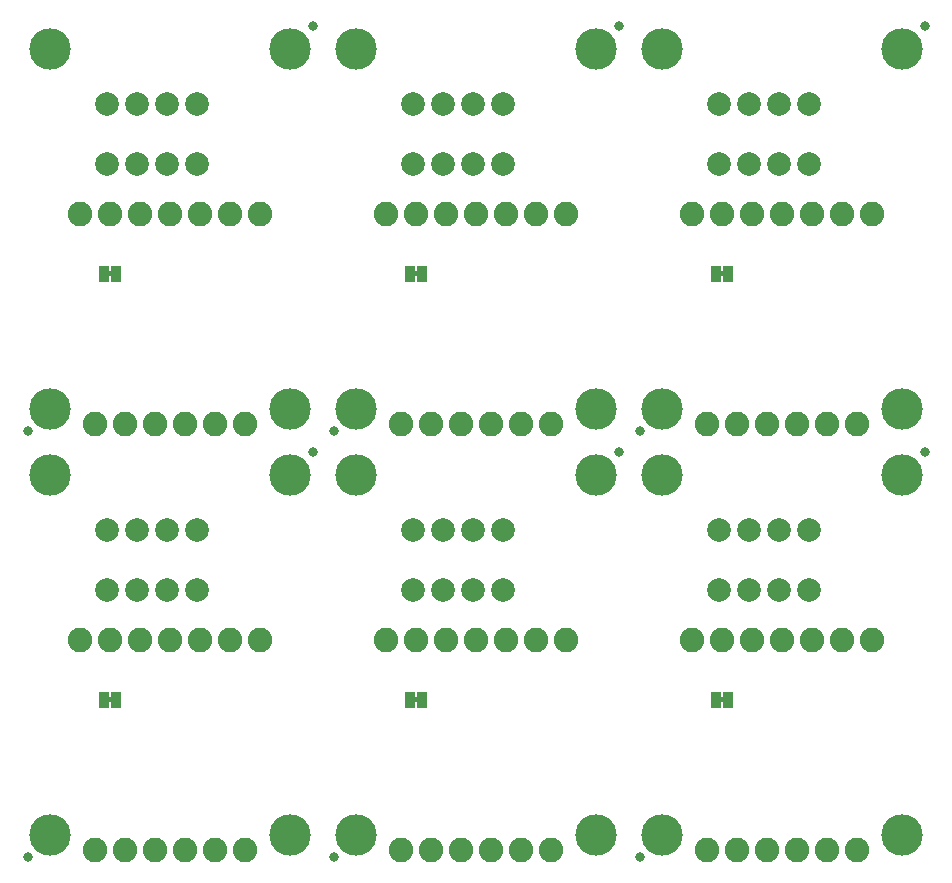
<source format=gbs>
G75*
%MOIN*%
%OFA0B0*%
%FSLAX25Y25*%
%IPPOS*%
%LPD*%
%AMOC8*
5,1,8,0,0,1.08239X$1,22.5*
%
%ADD10C,0.13800*%
%ADD11C,0.08200*%
%ADD12C,0.03300*%
%ADD13R,0.03300X0.05800*%
%ADD14C,0.00500*%
%ADD15C,0.07887*%
D10*
X0058342Y0038750D03*
X0138342Y0038750D03*
X0160342Y0038750D03*
X0240342Y0038750D03*
X0262342Y0038750D03*
X0342342Y0038750D03*
X0342342Y0158750D03*
X0342342Y0180750D03*
X0262342Y0180750D03*
X0240342Y0180750D03*
X0240342Y0158750D03*
X0262342Y0158750D03*
X0160342Y0158750D03*
X0138342Y0158750D03*
X0138342Y0180750D03*
X0160342Y0180750D03*
X0058342Y0180750D03*
X0058342Y0158750D03*
X0058342Y0300750D03*
X0138342Y0300750D03*
X0160342Y0300750D03*
X0240342Y0300750D03*
X0262342Y0300750D03*
X0342342Y0300750D03*
D11*
X0332342Y0245750D03*
X0322342Y0245750D03*
X0312342Y0245750D03*
X0302342Y0245750D03*
X0292342Y0245750D03*
X0282342Y0245750D03*
X0272342Y0245750D03*
X0230342Y0245750D03*
X0220342Y0245750D03*
X0210342Y0245750D03*
X0200342Y0245750D03*
X0190342Y0245750D03*
X0180342Y0245750D03*
X0170342Y0245750D03*
X0128342Y0245750D03*
X0118342Y0245750D03*
X0108342Y0245750D03*
X0098342Y0245750D03*
X0088342Y0245750D03*
X0078342Y0245750D03*
X0068342Y0245750D03*
X0073342Y0175750D03*
X0083342Y0175750D03*
X0093342Y0175750D03*
X0103342Y0175750D03*
X0113342Y0175750D03*
X0123342Y0175750D03*
X0175342Y0175750D03*
X0185342Y0175750D03*
X0195342Y0175750D03*
X0205342Y0175750D03*
X0215342Y0175750D03*
X0225342Y0175750D03*
X0277342Y0175750D03*
X0287342Y0175750D03*
X0297342Y0175750D03*
X0307342Y0175750D03*
X0317342Y0175750D03*
X0327342Y0175750D03*
X0332342Y0103750D03*
X0322342Y0103750D03*
X0312342Y0103750D03*
X0302342Y0103750D03*
X0292342Y0103750D03*
X0282342Y0103750D03*
X0272342Y0103750D03*
X0230342Y0103750D03*
X0220342Y0103750D03*
X0210342Y0103750D03*
X0200342Y0103750D03*
X0190342Y0103750D03*
X0180342Y0103750D03*
X0170342Y0103750D03*
X0128342Y0103750D03*
X0118342Y0103750D03*
X0108342Y0103750D03*
X0098342Y0103750D03*
X0088342Y0103750D03*
X0078342Y0103750D03*
X0068342Y0103750D03*
X0073342Y0033750D03*
X0083342Y0033750D03*
X0093342Y0033750D03*
X0103342Y0033750D03*
X0113342Y0033750D03*
X0123342Y0033750D03*
X0175342Y0033750D03*
X0185342Y0033750D03*
X0195342Y0033750D03*
X0205342Y0033750D03*
X0215342Y0033750D03*
X0225342Y0033750D03*
X0277342Y0033750D03*
X0287342Y0033750D03*
X0297342Y0033750D03*
X0307342Y0033750D03*
X0317342Y0033750D03*
X0327342Y0033750D03*
D12*
X0050842Y0031250D03*
X0152842Y0031250D03*
X0254842Y0031250D03*
X0247842Y0166250D03*
X0254842Y0173250D03*
X0349842Y0166250D03*
X0349842Y0308250D03*
X0247842Y0308250D03*
X0145842Y0308250D03*
X0152842Y0173250D03*
X0145842Y0166250D03*
X0050842Y0173250D03*
D13*
X0076342Y0225750D03*
X0080342Y0225750D03*
X0178342Y0225750D03*
X0182342Y0225750D03*
X0280342Y0225750D03*
X0284342Y0225750D03*
X0284342Y0083750D03*
X0280342Y0083750D03*
X0182342Y0083750D03*
X0178342Y0083750D03*
X0080342Y0083750D03*
X0076342Y0083750D03*
D14*
X0077592Y0083586D02*
X0079092Y0083586D01*
X0079092Y0083250D02*
X0079092Y0084250D01*
X0077592Y0084250D01*
X0077592Y0083250D01*
X0079092Y0083250D01*
X0079092Y0084085D02*
X0077592Y0084085D01*
X0179592Y0084085D02*
X0181092Y0084085D01*
X0181092Y0084250D02*
X0181092Y0083250D01*
X0179592Y0083250D01*
X0179592Y0084250D01*
X0181092Y0084250D01*
X0181092Y0083586D02*
X0179592Y0083586D01*
X0281592Y0083586D02*
X0283092Y0083586D01*
X0283092Y0083250D02*
X0283092Y0084250D01*
X0281592Y0084250D01*
X0281592Y0083250D01*
X0283092Y0083250D01*
X0283092Y0084085D02*
X0281592Y0084085D01*
X0281592Y0225250D02*
X0283092Y0225250D01*
X0283092Y0226250D01*
X0281592Y0226250D01*
X0281592Y0225250D01*
X0281592Y0225662D02*
X0283092Y0225662D01*
X0283092Y0226160D02*
X0281592Y0226160D01*
X0181092Y0226160D02*
X0179592Y0226160D01*
X0179592Y0226250D02*
X0179592Y0225250D01*
X0181092Y0225250D01*
X0181092Y0226250D01*
X0179592Y0226250D01*
X0179592Y0225662D02*
X0181092Y0225662D01*
X0079092Y0225662D02*
X0077592Y0225662D01*
X0077592Y0225250D02*
X0079092Y0225250D01*
X0079092Y0226250D01*
X0077592Y0226250D01*
X0077592Y0225250D01*
X0077592Y0226160D02*
X0079092Y0226160D01*
D15*
X0077342Y0262250D03*
X0087342Y0262250D03*
X0097342Y0262250D03*
X0107342Y0262250D03*
X0107342Y0282250D03*
X0097342Y0282250D03*
X0087342Y0282250D03*
X0077342Y0282250D03*
X0179342Y0282250D03*
X0189342Y0282250D03*
X0199342Y0282250D03*
X0209342Y0282250D03*
X0209342Y0262250D03*
X0199342Y0262250D03*
X0189342Y0262250D03*
X0179342Y0262250D03*
X0281342Y0262250D03*
X0291342Y0262250D03*
X0301342Y0262250D03*
X0311342Y0262250D03*
X0311342Y0282250D03*
X0301342Y0282250D03*
X0291342Y0282250D03*
X0281342Y0282250D03*
X0281342Y0140250D03*
X0291342Y0140250D03*
X0301342Y0140250D03*
X0311342Y0140250D03*
X0311342Y0120250D03*
X0301342Y0120250D03*
X0291342Y0120250D03*
X0281342Y0120250D03*
X0209342Y0120250D03*
X0199342Y0120250D03*
X0189342Y0120250D03*
X0179342Y0120250D03*
X0179342Y0140250D03*
X0189342Y0140250D03*
X0199342Y0140250D03*
X0209342Y0140250D03*
X0107342Y0140250D03*
X0097342Y0140250D03*
X0087342Y0140250D03*
X0077342Y0140250D03*
X0077342Y0120250D03*
X0087342Y0120250D03*
X0097342Y0120250D03*
X0107342Y0120250D03*
M02*

</source>
